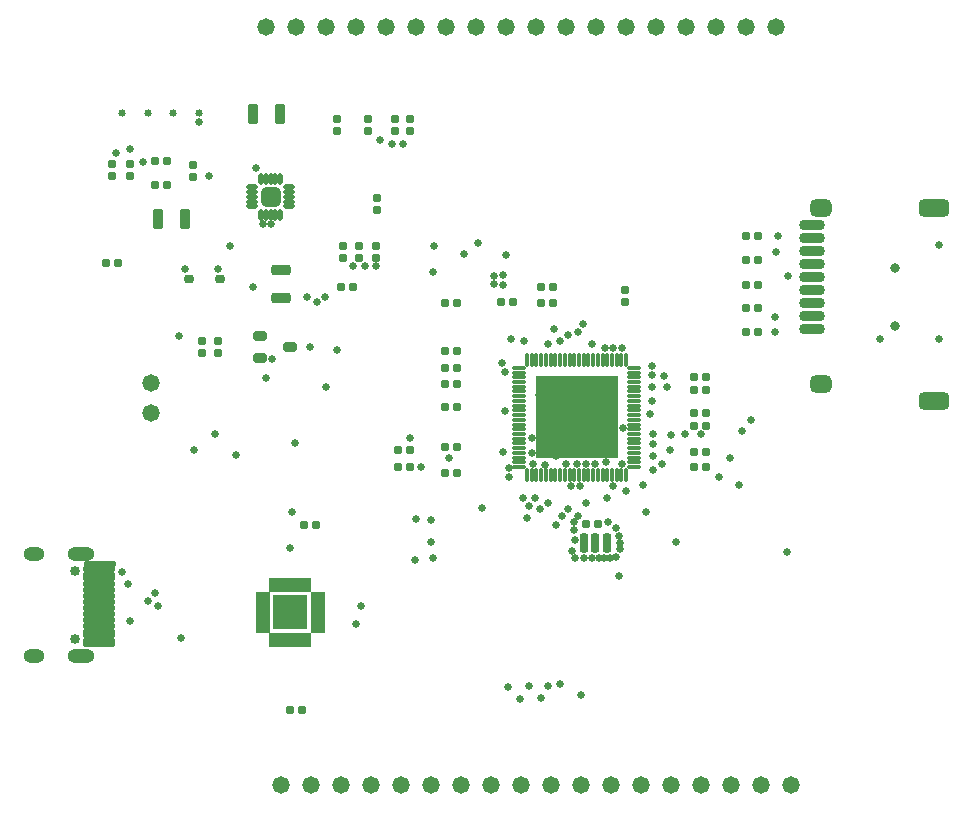
<source format=gbs>
G04*
G04 #@! TF.GenerationSoftware,Altium Limited,Altium Designer,20.2.6 (244)*
G04*
G04 Layer_Color=16711935*
%FSLAX24Y24*%
%MOIN*%
G70*
G04*
G04 #@! TF.SameCoordinates,497DB355-11F3-479B-B1E2-BDA1D3AC948B*
G04*
G04*
G04 #@! TF.FilePolarity,Negative*
G04*
G01*
G75*
G04:AMPARAMS|DCode=28|XSize=28mil|YSize=28mil|CornerRadius=9mil|HoleSize=0mil|Usage=FLASHONLY|Rotation=0.000|XOffset=0mil|YOffset=0mil|HoleType=Round|Shape=RoundedRectangle|*
%AMROUNDEDRECTD28*
21,1,0.0280,0.0100,0,0,0.0*
21,1,0.0100,0.0280,0,0,0.0*
1,1,0.0180,0.0050,-0.0050*
1,1,0.0180,-0.0050,-0.0050*
1,1,0.0180,-0.0050,0.0050*
1,1,0.0180,0.0050,0.0050*
%
%ADD28ROUNDEDRECTD28*%
G04:AMPARAMS|DCode=29|XSize=28mil|YSize=28mil|CornerRadius=9mil|HoleSize=0mil|Usage=FLASHONLY|Rotation=270.000|XOffset=0mil|YOffset=0mil|HoleType=Round|Shape=RoundedRectangle|*
%AMROUNDEDRECTD29*
21,1,0.0280,0.0100,0,0,270.0*
21,1,0.0100,0.0280,0,0,270.0*
1,1,0.0180,-0.0050,-0.0050*
1,1,0.0180,-0.0050,0.0050*
1,1,0.0180,0.0050,0.0050*
1,1,0.0180,0.0050,-0.0050*
%
%ADD29ROUNDEDRECTD29*%
%ADD38C,0.0580*%
%ADD39O,0.0907X0.0474*%
%ADD40O,0.0710X0.0474*%
%ADD41C,0.0336*%
%ADD42C,0.0316*%
%ADD43C,0.0257*%
G04:AMPARAMS|DCode=79|XSize=29.7mil|YSize=65.1mil|CornerRadius=9.4mil|HoleSize=0mil|Usage=FLASHONLY|Rotation=0.000|XOffset=0mil|YOffset=0mil|HoleType=Round|Shape=RoundedRectangle|*
%AMROUNDEDRECTD79*
21,1,0.0297,0.0463,0,0,0.0*
21,1,0.0108,0.0651,0,0,0.0*
1,1,0.0188,0.0054,-0.0231*
1,1,0.0188,-0.0054,-0.0231*
1,1,0.0188,-0.0054,0.0231*
1,1,0.0188,0.0054,0.0231*
%
%ADD79ROUNDEDRECTD79*%
G04:AMPARAMS|DCode=80|XSize=29.7mil|YSize=65.1mil|CornerRadius=9.4mil|HoleSize=0mil|Usage=FLASHONLY|Rotation=0.000|XOffset=0mil|YOffset=0mil|HoleType=Round|Shape=RoundedRectangle|*
%AMROUNDEDRECTD80*
21,1,0.0297,0.0463,0,0,0.0*
21,1,0.0108,0.0651,0,0,0.0*
1,1,0.0188,0.0054,-0.0231*
1,1,0.0188,-0.0054,-0.0231*
1,1,0.0188,-0.0054,0.0231*
1,1,0.0188,0.0054,0.0231*
%
%ADD80ROUNDEDRECTD80*%
%ADD81O,0.0454X0.0159*%
%ADD82O,0.0159X0.0454*%
%ADD83R,0.2734X0.2734*%
G04:AMPARAMS|DCode=84|XSize=17.4mil|YSize=39.5mil|CornerRadius=6.4mil|HoleSize=0mil|Usage=FLASHONLY|Rotation=180.000|XOffset=0mil|YOffset=0mil|HoleType=Round|Shape=RoundedRectangle|*
%AMROUNDEDRECTD84*
21,1,0.0174,0.0268,0,0,180.0*
21,1,0.0047,0.0395,0,0,180.0*
1,1,0.0127,-0.0024,0.0134*
1,1,0.0127,0.0024,0.0134*
1,1,0.0127,0.0024,-0.0134*
1,1,0.0127,-0.0024,-0.0134*
%
%ADD84ROUNDEDRECTD84*%
G04:AMPARAMS|DCode=85|XSize=27.7mil|YSize=31.6mil|CornerRadius=8.9mil|HoleSize=0mil|Usage=FLASHONLY|Rotation=270.000|XOffset=0mil|YOffset=0mil|HoleType=Round|Shape=RoundedRectangle|*
%AMROUNDEDRECTD85*
21,1,0.0277,0.0138,0,0,270.0*
21,1,0.0098,0.0316,0,0,270.0*
1,1,0.0178,-0.0069,-0.0049*
1,1,0.0178,-0.0069,0.0049*
1,1,0.0178,0.0069,0.0049*
1,1,0.0178,0.0069,-0.0049*
%
%ADD85ROUNDEDRECTD85*%
G04:AMPARAMS|DCode=86|XSize=58mil|YSize=102.5mil|CornerRadius=16.5mil|HoleSize=0mil|Usage=FLASHONLY|Rotation=90.000|XOffset=0mil|YOffset=0mil|HoleType=Round|Shape=RoundedRectangle|*
%AMROUNDEDRECTD86*
21,1,0.0580,0.0695,0,0,90.0*
21,1,0.0250,0.1025,0,0,90.0*
1,1,0.0330,0.0347,0.0125*
1,1,0.0330,0.0347,-0.0125*
1,1,0.0330,-0.0347,-0.0125*
1,1,0.0330,-0.0347,0.0125*
%
%ADD86ROUNDEDRECTD86*%
G04:AMPARAMS|DCode=87|XSize=58mil|YSize=71mil|CornerRadius=16.5mil|HoleSize=0mil|Usage=FLASHONLY|Rotation=90.000|XOffset=0mil|YOffset=0mil|HoleType=Round|Shape=RoundedRectangle|*
%AMROUNDEDRECTD87*
21,1,0.0580,0.0380,0,0,90.0*
21,1,0.0250,0.0710,0,0,90.0*
1,1,0.0330,0.0190,0.0125*
1,1,0.0330,0.0190,-0.0125*
1,1,0.0330,-0.0190,-0.0125*
1,1,0.0330,-0.0190,0.0125*
%
%ADD87ROUNDEDRECTD87*%
%ADD88O,0.0867X0.0356*%
G04:AMPARAMS|DCode=89|XSize=17.4mil|YSize=39.5mil|CornerRadius=6.4mil|HoleSize=0mil|Usage=FLASHONLY|Rotation=90.000|XOffset=0mil|YOffset=0mil|HoleType=Round|Shape=RoundedRectangle|*
%AMROUNDEDRECTD89*
21,1,0.0174,0.0268,0,0,90.0*
21,1,0.0047,0.0395,0,0,90.0*
1,1,0.0127,0.0134,0.0024*
1,1,0.0127,0.0134,-0.0024*
1,1,0.0127,-0.0134,-0.0024*
1,1,0.0127,-0.0134,0.0024*
%
%ADD89ROUNDEDRECTD89*%
G04:AMPARAMS|DCode=90|XSize=67.1mil|YSize=67.1mil|CornerRadius=18.8mil|HoleSize=0mil|Usage=FLASHONLY|Rotation=180.000|XOffset=0mil|YOffset=0mil|HoleType=Round|Shape=RoundedRectangle|*
%AMROUNDEDRECTD90*
21,1,0.0671,0.0295,0,0,180.0*
21,1,0.0295,0.0671,0,0,180.0*
1,1,0.0375,-0.0148,0.0148*
1,1,0.0375,0.0148,0.0148*
1,1,0.0375,0.0148,-0.0148*
1,1,0.0375,-0.0148,-0.0148*
%
%ADD90ROUNDEDRECTD90*%
G04:AMPARAMS|DCode=91|XSize=24mil|YSize=24mil|CornerRadius=12mil|HoleSize=0mil|Usage=FLASHONLY|Rotation=90.000|XOffset=0mil|YOffset=0mil|HoleType=Round|Shape=RoundedRectangle|*
%AMROUNDEDRECTD91*
21,1,0.0240,0.0000,0,0,90.0*
21,1,0.0000,0.0240,0,0,90.0*
1,1,0.0240,0.0000,0.0000*
1,1,0.0240,0.0000,0.0000*
1,1,0.0240,0.0000,0.0000*
1,1,0.0240,0.0000,0.0000*
%
%ADD91ROUNDEDRECTD91*%
%ADD92R,0.1143X0.1182*%
G04:AMPARAMS|DCode=93|XSize=22mil|YSize=48mil|CornerRadius=8mil|HoleSize=0mil|Usage=FLASHONLY|Rotation=270.000|XOffset=0mil|YOffset=0mil|HoleType=Round|Shape=RoundedRectangle|*
%AMROUNDEDRECTD93*
21,1,0.0220,0.0320,0,0,270.0*
21,1,0.0060,0.0480,0,0,270.0*
1,1,0.0160,-0.0160,-0.0030*
1,1,0.0160,-0.0160,0.0030*
1,1,0.0160,0.0160,0.0030*
1,1,0.0160,0.0160,-0.0030*
%
%ADD93ROUNDEDRECTD93*%
G04:AMPARAMS|DCode=94|XSize=108mil|YSize=19.8mil|CornerRadius=7mil|HoleSize=0mil|Usage=FLASHONLY|Rotation=0.000|XOffset=0mil|YOffset=0mil|HoleType=Round|Shape=RoundedRectangle|*
%AMROUNDEDRECTD94*
21,1,0.1080,0.0059,0,0,0.0*
21,1,0.0941,0.0198,0,0,0.0*
1,1,0.0139,0.0470,-0.0030*
1,1,0.0139,-0.0470,-0.0030*
1,1,0.0139,-0.0470,0.0030*
1,1,0.0139,0.0470,0.0030*
%
%ADD94ROUNDEDRECTD94*%
G04:AMPARAMS|DCode=95|XSize=35.6mil|YSize=67.1mil|CornerRadius=10.9mil|HoleSize=0mil|Usage=FLASHONLY|Rotation=270.000|XOffset=0mil|YOffset=0mil|HoleType=Round|Shape=RoundedRectangle|*
%AMROUNDEDRECTD95*
21,1,0.0356,0.0453,0,0,270.0*
21,1,0.0138,0.0671,0,0,270.0*
1,1,0.0218,-0.0226,-0.0069*
1,1,0.0218,-0.0226,0.0069*
1,1,0.0218,0.0226,0.0069*
1,1,0.0218,0.0226,-0.0069*
%
%ADD95ROUNDEDRECTD95*%
G04:AMPARAMS|DCode=96|XSize=31.6mil|YSize=47.4mil|CornerRadius=9.9mil|HoleSize=0mil|Usage=FLASHONLY|Rotation=270.000|XOffset=0mil|YOffset=0mil|HoleType=Round|Shape=RoundedRectangle|*
%AMROUNDEDRECTD96*
21,1,0.0316,0.0276,0,0,270.0*
21,1,0.0118,0.0474,0,0,270.0*
1,1,0.0198,-0.0138,-0.0059*
1,1,0.0198,-0.0138,0.0059*
1,1,0.0198,0.0138,0.0059*
1,1,0.0198,0.0138,-0.0059*
%
%ADD96ROUNDEDRECTD96*%
G04:AMPARAMS|DCode=97|XSize=22mil|YSize=48mil|CornerRadius=8mil|HoleSize=0mil|Usage=FLASHONLY|Rotation=0.000|XOffset=0mil|YOffset=0mil|HoleType=Round|Shape=RoundedRectangle|*
%AMROUNDEDRECTD97*
21,1,0.0220,0.0320,0,0,0.0*
21,1,0.0060,0.0480,0,0,0.0*
1,1,0.0160,0.0030,-0.0160*
1,1,0.0160,-0.0030,-0.0160*
1,1,0.0160,-0.0030,0.0160*
1,1,0.0160,0.0030,0.0160*
%
%ADD97ROUNDEDRECTD97*%
G04:AMPARAMS|DCode=98|XSize=35.6mil|YSize=67.1mil|CornerRadius=10.9mil|HoleSize=0mil|Usage=FLASHONLY|Rotation=180.000|XOffset=0mil|YOffset=0mil|HoleType=Round|Shape=RoundedRectangle|*
%AMROUNDEDRECTD98*
21,1,0.0356,0.0453,0,0,180.0*
21,1,0.0138,0.0671,0,0,180.0*
1,1,0.0218,-0.0069,0.0226*
1,1,0.0218,0.0069,0.0226*
1,1,0.0218,0.0069,-0.0226*
1,1,0.0218,-0.0069,-0.0226*
%
%ADD98ROUNDEDRECTD98*%
D28*
X21750Y38550D02*
D03*
X36150Y34400D02*
D03*
X29000Y40100D02*
D03*
X28500D02*
D03*
X26550D02*
D03*
X27900Y37050D02*
D03*
X27300Y35850D02*
D03*
X27850D02*
D03*
X26750D02*
D03*
X19650Y38200D02*
D03*
X21750Y38150D02*
D03*
X19050Y38200D02*
D03*
X27850Y35450D02*
D03*
X27300D02*
D03*
X26750D02*
D03*
X27600Y40100D02*
D03*
Y39700D02*
D03*
X26550D02*
D03*
X36150Y34000D02*
D03*
X22600Y32700D02*
D03*
Y32300D02*
D03*
X22050Y32700D02*
D03*
Y32300D02*
D03*
X28500Y39700D02*
D03*
X29000D02*
D03*
X27900Y37450D02*
D03*
X19050Y38600D02*
D03*
X19650D02*
D03*
D29*
X35250Y26600D02*
D03*
X34850D02*
D03*
X38450Y31500D02*
D03*
Y31050D02*
D03*
X33750Y34500D02*
D03*
Y33950D02*
D03*
X38850Y28500D02*
D03*
Y29000D02*
D03*
X28600Y29050D02*
D03*
X30150Y28300D02*
D03*
X28600Y28500D02*
D03*
X20500Y37900D02*
D03*
X18850Y35300D02*
D03*
X40200Y35400D02*
D03*
Y36200D02*
D03*
Y34550D02*
D03*
Y33800D02*
D03*
Y33000D02*
D03*
X33350Y34500D02*
D03*
Y33950D02*
D03*
X30150Y29150D02*
D03*
X26700Y34500D02*
D03*
X29000Y29050D02*
D03*
Y28500D02*
D03*
X25850Y26550D02*
D03*
X25450D02*
D03*
X32440Y34000D02*
D03*
X32040D02*
D03*
X30150Y33950D02*
D03*
X30550D02*
D03*
X40600Y36200D02*
D03*
Y35400D02*
D03*
Y34550D02*
D03*
Y33800D02*
D03*
X38450Y28500D02*
D03*
X30150Y31800D02*
D03*
X30550D02*
D03*
Y29150D02*
D03*
Y31250D02*
D03*
X30150D02*
D03*
X30550Y28300D02*
D03*
Y32350D02*
D03*
X30150D02*
D03*
X38850Y31050D02*
D03*
Y31500D02*
D03*
X38450Y29850D02*
D03*
X38850D02*
D03*
X38450Y29000D02*
D03*
X30550Y30500D02*
D03*
X30150D02*
D03*
X38850Y30300D02*
D03*
X38450D02*
D03*
X25000Y20400D02*
D03*
X25400D02*
D03*
X40600Y33000D02*
D03*
X19250Y35300D02*
D03*
X27100Y34500D02*
D03*
X20500Y38700D02*
D03*
X20900D02*
D03*
Y37900D02*
D03*
D38*
X26700Y17900D02*
D03*
X20350Y30300D02*
D03*
X25700Y17900D02*
D03*
X24700D02*
D03*
X27700D02*
D03*
X38700D02*
D03*
X40700D02*
D03*
X39700D02*
D03*
X20350Y31300D02*
D03*
X32210Y43150D02*
D03*
X27210D02*
D03*
X28210D02*
D03*
X26210D02*
D03*
X24210D02*
D03*
X25210D02*
D03*
X29210D02*
D03*
X31210D02*
D03*
X30210D02*
D03*
X32700Y17900D02*
D03*
X28700D02*
D03*
X29700D02*
D03*
X31700D02*
D03*
X30700D02*
D03*
X39210Y43150D02*
D03*
X40210D02*
D03*
X38210D02*
D03*
X41700Y17900D02*
D03*
X36700D02*
D03*
X37700D02*
D03*
X35700D02*
D03*
X33700D02*
D03*
X34700D02*
D03*
X34210Y43150D02*
D03*
X33210D02*
D03*
X35210D02*
D03*
X37210D02*
D03*
X36210D02*
D03*
X41210D02*
D03*
D39*
X18033Y25603D02*
D03*
Y22197D02*
D03*
D40*
X16458Y25603D02*
D03*
Y22197D02*
D03*
D41*
X17836Y22762D02*
D03*
Y25038D02*
D03*
D42*
X45161Y33185D02*
D03*
Y35115D02*
D03*
D43*
X37100Y28400D02*
D03*
X33050Y28950D02*
D03*
X24500Y37600D02*
D03*
Y37300D02*
D03*
X34500Y26050D02*
D03*
X34800Y25450D02*
D03*
X34500D02*
D03*
X35050D02*
D03*
X34400Y25700D02*
D03*
X29694Y26744D02*
D03*
X29200Y26750D02*
D03*
X35525Y28650D02*
D03*
X33050Y29450D02*
D03*
X23000Y35850D02*
D03*
X28750Y39250D02*
D03*
X39950Y27900D02*
D03*
X33850Y28850D02*
D03*
X33300Y30900D02*
D03*
X34000Y30800D02*
D03*
X34100Y31300D02*
D03*
X32950Y27200D02*
D03*
X33325Y27100D02*
D03*
X33850Y26550D02*
D03*
X37100Y28850D02*
D03*
X37400Y28600D02*
D03*
X37650Y29075D02*
D03*
X37700Y29550D02*
D03*
X37475Y31529D02*
D03*
X37050Y31550D02*
D03*
X37060Y31866D02*
D03*
X37050Y31150D02*
D03*
Y30700D02*
D03*
X37550Y31150D02*
D03*
X34000Y32700D02*
D03*
X33800Y33100D02*
D03*
X35050Y32600D02*
D03*
X34600Y33000D02*
D03*
X34250Y32900D02*
D03*
X34750Y33250D02*
D03*
X32900Y26800D02*
D03*
X21300Y32850D02*
D03*
X21350Y22800D02*
D03*
X19400Y25000D02*
D03*
X19600Y24600D02*
D03*
X19650Y23350D02*
D03*
X22600Y35100D02*
D03*
X22300Y38200D02*
D03*
X29150Y25400D02*
D03*
X29700Y26000D02*
D03*
X29750Y25450D02*
D03*
X34850Y27300D02*
D03*
X34450Y26650D02*
D03*
X35850Y26450D02*
D03*
X34600Y26850D02*
D03*
X35850Y25500D02*
D03*
X36000Y25750D02*
D03*
X19200Y38950D02*
D03*
X19650Y39100D02*
D03*
X28000Y39400D02*
D03*
X28400Y39250D02*
D03*
X23850Y38450D02*
D03*
X32100Y29000D02*
D03*
X35300Y30300D02*
D03*
X34400Y30400D02*
D03*
X33800Y30450D02*
D03*
X33450Y30200D02*
D03*
X35050Y29900D02*
D03*
X35500Y30550D02*
D03*
X35100Y30700D02*
D03*
X35500Y30850D02*
D03*
X37000Y30250D02*
D03*
X33163Y27448D02*
D03*
X39650Y28800D02*
D03*
X34750Y31250D02*
D03*
X34700Y30800D02*
D03*
X35150Y31050D02*
D03*
X35500Y31200D02*
D03*
X21500Y35100D02*
D03*
X34450Y26388D02*
D03*
X35600Y26650D02*
D03*
X35300Y25450D02*
D03*
X35650D02*
D03*
X35475D02*
D03*
X35950Y26200D02*
D03*
X36000Y25950D02*
D03*
X35550Y27450D02*
D03*
X35750Y27850D02*
D03*
X25650Y32500D02*
D03*
X26200Y31150D02*
D03*
X26550Y32400D02*
D03*
X25150Y29300D02*
D03*
X34050Y26850D02*
D03*
X35950Y24850D02*
D03*
X29800Y35850D02*
D03*
X41600Y34850D02*
D03*
X24650Y23350D02*
D03*
X25300D02*
D03*
X24950D02*
D03*
X24700Y23650D02*
D03*
X25000D02*
D03*
X25300D02*
D03*
X24750Y23950D02*
D03*
X25250D02*
D03*
X34700Y29800D02*
D03*
X36100D02*
D03*
X38150Y29600D02*
D03*
X38700D02*
D03*
X33700Y29900D02*
D03*
X33650Y30750D02*
D03*
X33550Y31150D02*
D03*
X37850Y26000D02*
D03*
X40050Y29700D02*
D03*
X36850Y27000D02*
D03*
X32750Y27450D02*
D03*
X31400Y27143D02*
D03*
X40350Y30050D02*
D03*
X32800Y32700D02*
D03*
X32350Y32750D02*
D03*
X32100Y34550D02*
D03*
X33600Y32600D02*
D03*
X30800Y35600D02*
D03*
X21800Y29050D02*
D03*
X24200Y31450D02*
D03*
X24400Y32100D02*
D03*
X32300Y28450D02*
D03*
Y28150D02*
D03*
X30300Y28800D02*
D03*
X35150Y28600D02*
D03*
X33600Y27300D02*
D03*
X22500Y29600D02*
D03*
X23200Y28900D02*
D03*
X25050Y27000D02*
D03*
X34250Y27100D02*
D03*
X29350Y28500D02*
D03*
X33100Y28600D02*
D03*
X33500Y28550D02*
D03*
X32200Y35550D02*
D03*
X31250Y35950D02*
D03*
X32100Y34900D02*
D03*
X31800Y34850D02*
D03*
X44650Y32750D02*
D03*
X37100Y29250D02*
D03*
X33350Y20800D02*
D03*
X34001Y21250D02*
D03*
X33600Y21200D02*
D03*
X32950D02*
D03*
X32650Y20750D02*
D03*
X32250Y21150D02*
D03*
X34700Y20900D02*
D03*
X34550Y28600D02*
D03*
X36050D02*
D03*
X34200D02*
D03*
X37100Y29600D02*
D03*
X36050Y32450D02*
D03*
X34350Y27850D02*
D03*
X35750Y32450D02*
D03*
X32150Y30350D02*
D03*
X36750Y27900D02*
D03*
X35500Y32450D02*
D03*
X34850Y28600D02*
D03*
X32050Y31950D02*
D03*
X32150Y31650D02*
D03*
X34650Y27850D02*
D03*
X36200Y27700D02*
D03*
X41200Y35650D02*
D03*
X41250Y36200D02*
D03*
X41150Y33500D02*
D03*
Y33000D02*
D03*
X39300Y28150D02*
D03*
X41550Y25650D02*
D03*
X24350Y36600D02*
D03*
X24100D02*
D03*
X31800Y34600D02*
D03*
X27850Y35200D02*
D03*
X27500D02*
D03*
X27100D02*
D03*
X26150Y34150D02*
D03*
X25900Y34000D02*
D03*
X23750Y34500D02*
D03*
X21950Y40000D02*
D03*
X25550Y34150D02*
D03*
X29000Y29450D02*
D03*
X20250Y24025D02*
D03*
X20600Y23850D02*
D03*
X25000Y25800D02*
D03*
X27200Y23250D02*
D03*
X27350Y23850D02*
D03*
X29750Y35000D02*
D03*
X20100Y38650D02*
D03*
X20500Y24300D02*
D03*
X46634Y35891D02*
D03*
Y32749D02*
D03*
D79*
X35548Y25950D02*
D03*
X35174D02*
D03*
D80*
X34800Y25950D02*
D03*
D81*
X32631Y28496D02*
D03*
Y28811D02*
D03*
Y28654D02*
D03*
Y29284D02*
D03*
Y29126D02*
D03*
Y28969D02*
D03*
Y29599D02*
D03*
Y29441D02*
D03*
Y30386D02*
D03*
Y30701D02*
D03*
Y30544D02*
D03*
Y29756D02*
D03*
Y30071D02*
D03*
Y29914D02*
D03*
Y30859D02*
D03*
Y31174D02*
D03*
Y31016D02*
D03*
Y31489D02*
D03*
Y31331D02*
D03*
Y31646D02*
D03*
Y30229D02*
D03*
Y31804D02*
D03*
X36469Y28496D02*
D03*
X36469Y29126D02*
D03*
Y28969D02*
D03*
X36469Y28811D02*
D03*
Y28654D02*
D03*
Y29284D02*
D03*
Y29599D02*
D03*
Y29441D02*
D03*
Y29914D02*
D03*
Y29756D02*
D03*
Y30229D02*
D03*
X36469Y30859D02*
D03*
Y30544D02*
D03*
X36469Y30386D02*
D03*
Y30071D02*
D03*
Y31016D02*
D03*
Y30701D02*
D03*
X36469Y31174D02*
D03*
X36469Y31489D02*
D03*
Y31331D02*
D03*
Y31804D02*
D03*
Y31646D02*
D03*
D82*
X32896Y28231D02*
D03*
X33054D02*
D03*
X33684D02*
D03*
X33211D02*
D03*
X33369D02*
D03*
X33526Y28231D02*
D03*
X33999Y28231D02*
D03*
X34314D02*
D03*
X33841Y28231D02*
D03*
X34156D02*
D03*
X33211Y32069D02*
D03*
X33369D02*
D03*
X32896D02*
D03*
X33054D02*
D03*
X33684D02*
D03*
X33526D02*
D03*
X34156D02*
D03*
X34314D02*
D03*
X33841D02*
D03*
X33999D02*
D03*
X34786Y28231D02*
D03*
X34471D02*
D03*
X34629D02*
D03*
X35259D02*
D03*
X34944D02*
D03*
X35101D02*
D03*
X35416D02*
D03*
X35574Y28231D02*
D03*
X36046Y28231D02*
D03*
X36204D02*
D03*
X35731Y28231D02*
D03*
X35889Y28231D02*
D03*
X34471Y32069D02*
D03*
X34629D02*
D03*
X35101D02*
D03*
X34786D02*
D03*
X34944D02*
D03*
X35574D02*
D03*
X35259D02*
D03*
X35416D02*
D03*
X36046D02*
D03*
X36204D02*
D03*
X35731D02*
D03*
X35889D02*
D03*
D83*
X34550Y30150D02*
D03*
D84*
X24507Y38110D02*
D03*
X24350D02*
D03*
X24507Y36890D02*
D03*
X24350D02*
D03*
X24193D02*
D03*
X24035Y38110D02*
D03*
Y36890D02*
D03*
X24193Y38110D02*
D03*
X24665Y36890D02*
D03*
Y38110D02*
D03*
D85*
X22673Y34750D02*
D03*
X21627D02*
D03*
D86*
X46476Y37121D02*
D03*
Y30699D02*
D03*
D87*
X42697Y37121D02*
D03*
Y31253D02*
D03*
D88*
X42400Y36548D02*
D03*
Y35249D02*
D03*
Y34383D02*
D03*
Y36115D02*
D03*
Y35682D02*
D03*
Y34816D02*
D03*
Y33950D02*
D03*
Y33517D02*
D03*
Y33084D02*
D03*
D89*
X24960Y37815D02*
D03*
X23740D02*
D03*
X24960Y37343D02*
D03*
Y37185D02*
D03*
X23740Y37500D02*
D03*
Y37343D02*
D03*
X24960Y37657D02*
D03*
Y37500D02*
D03*
X23740Y37185D02*
D03*
Y37657D02*
D03*
D90*
X24350Y37500D02*
D03*
D91*
X19400Y40300D02*
D03*
X21950Y40300D02*
D03*
X20250D02*
D03*
X21100Y40300D02*
D03*
D92*
X25000Y23650D02*
D03*
D93*
X25915Y23847D02*
D03*
Y24241D02*
D03*
Y24044D02*
D03*
Y23650D02*
D03*
Y23453D02*
D03*
Y23256D02*
D03*
Y23059D02*
D03*
X24085D02*
D03*
Y23256D02*
D03*
Y23453D02*
D03*
Y23650D02*
D03*
Y23847D02*
D03*
Y24044D02*
D03*
Y24241D02*
D03*
D94*
X18650Y25250D02*
D03*
X18642Y25101D02*
D03*
Y22699D02*
D03*
Y22581D02*
D03*
Y22896D02*
D03*
Y23014D02*
D03*
Y23211D02*
D03*
Y23408D02*
D03*
Y23605D02*
D03*
Y23802D02*
D03*
Y23998D02*
D03*
Y24195D02*
D03*
Y24392D02*
D03*
Y24589D02*
D03*
Y24786D02*
D03*
Y24904D02*
D03*
D95*
X24700Y34147D02*
D03*
Y35053D02*
D03*
D96*
X24991Y32500D02*
D03*
X24009Y32874D02*
D03*
Y32126D02*
D03*
D97*
X25591Y22735D02*
D03*
X25394D02*
D03*
X25197D02*
D03*
X25000D02*
D03*
X24803D02*
D03*
X24606D02*
D03*
X24409D02*
D03*
Y24565D02*
D03*
X24606D02*
D03*
X24803D02*
D03*
X25000D02*
D03*
X25197D02*
D03*
X25394D02*
D03*
X25591D02*
D03*
D98*
X23747Y40250D02*
D03*
X24653D02*
D03*
X20600Y36750D02*
D03*
X21506D02*
D03*
M02*

</source>
